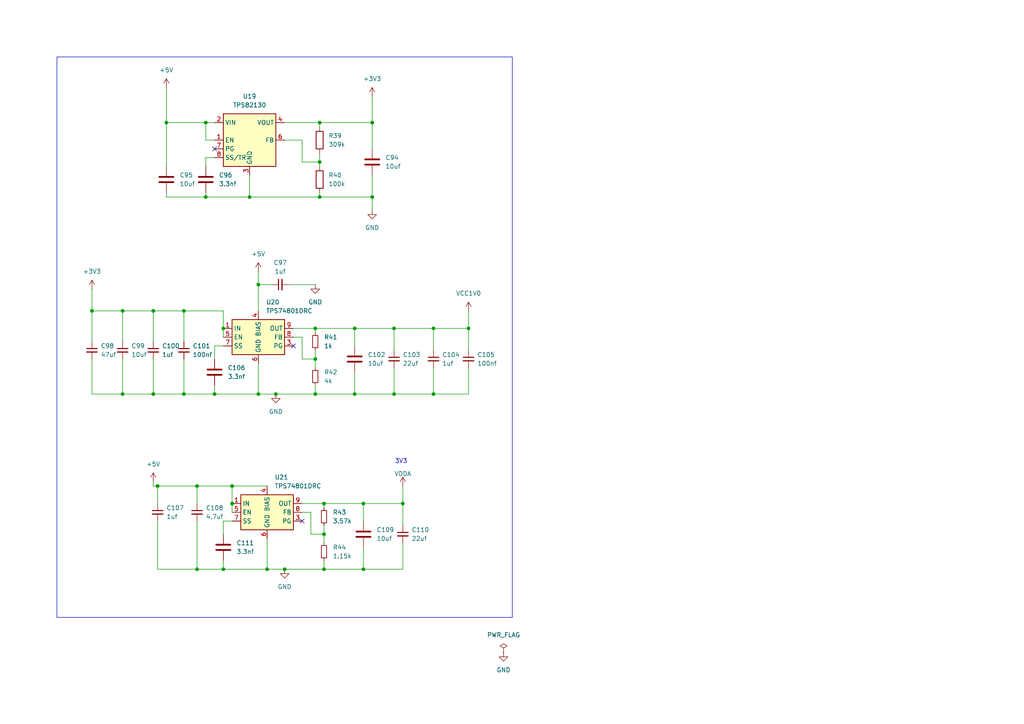
<source format=kicad_sch>
(kicad_sch (version 20231120) (generator "eeschema") (generator_version "8.0")
  (paper "A4")
  (lib_symbols
    (symbol "Device:C" (pin_numbers hide) (pin_names (offset 0.254))
      (property "Reference" "C" (at 0.635 2.54 0))
      (property "Value" "C" (at 0.635 -2.54 0))
      (symbol "C_0_1"
        (polyline (pts (xy -2.032 -0.762) (xy 2.032 -0.762)) (stroke (width 0.508)))
        (polyline (pts (xy -2.032 0.762) (xy 2.032 0.762)) (stroke (width 0.508)))
      )
      (symbol "C_1_1"
        (pin passive line (at 0 3.81 270) (length 2.794) (name "~") (number "1"))
        (pin passive line (at 0 -3.81 90) (length 2.794) (name "~") (number "2"))
      )
    )
    (symbol "Device:C_Small" (pin_numbers hide) (pin_names (offset 0.254) hide)
      (property "Reference" "C" (at 0.254 1.778 0))
      (property "Value" "C_Small" (at 0.254 -2.032 0))
      (symbol "C_Small_0_1"
        (polyline (pts (xy -1.524 -0.508) (xy 1.524 -0.508)) (stroke (width 0.3302)))
        (polyline (pts (xy -1.524 0.508) (xy 1.524 0.508)) (stroke (width 0.3048)))
      )
      (symbol "C_Small_1_1"
        (pin passive line (at 0 2.54 270) (length 2.032) (name "~") (number "1"))
        (pin passive line (at 0 -2.54 90) (length 2.032) (name "~") (number "2"))
      )
    )
    (symbol "Device:R" (pin_numbers hide) (pin_names (offset 0))
      (property "Reference" "R" (at 2.032 0 90))
      (property "Value" "R" (at 0 0 90))
      (symbol "R_0_1"
        (rectangle (start -1.016 -2.54) (end 1.016 2.54) (stroke (width 0.254)))
      )
      (symbol "R_1_1"
        (pin passive line (at 0 3.81 270) (length 1.27) (name "~") (number "1"))
        (pin passive line (at 0 -3.81 90) (length 1.27) (name "~") (number "2"))
      )
    )
    (symbol "Device:R_Small" (pin_numbers hide) (pin_names (offset 0.254) hide)
      (property "Reference" "R" (at 0.762 0.508 0))
      (property "Value" "R_Small" (at 0.762 -1.016 0))
      (symbol "R_Small_0_1"
        (rectangle (start -0.762 1.778) (end 0.762 -1.778) (stroke (width 0.2032)))
      )
      (symbol "R_Small_1_1"
        (pin passive line (at 0 2.54 270) (length 0.762) (name "~") (number "1"))
        (pin passive line (at 0 -2.54 90) (length 0.762) (name "~") (number "2"))
      )
    )
    (symbol "Regulator_Linear:TPS74801DRC"
      (property "Reference" "U" (at 6.35 8.89 0))
      (property "Value" "TPS74801DRC" (at 7.62 6.35 0))
      (symbol "TPS74801DRC_0_1"
        (rectangle (start -7.62 5.08) (end 7.62 -5.08) (stroke (width 0.254)) (fill (type background)))
      )
      (symbol "TPS74801DRC_1_1"
        (pin power_in line (at -10.16 2.54 0) (length 2.54) (name "IN") (number "1"))
        (pin passive line (at 10.16 2.54 180) (length 2.54) hide (name "OUT") (number "10"))
        (pin passive line (at 0 -7.62 90) (length 2.54) hide (name "GND") (number "11"))
        (pin passive line (at -10.16 2.54 0) (length 2.54) hide (name "IN") (number "2"))
        (pin open_collector line (at 10.16 -2.54 180) (length 2.54) (name "PG") (number "3"))
        (pin power_in line (at 0 7.62 270) (length 2.54) (name "BIAS") (number "4"))
        (pin input line (at -10.16 0 0) (length 2.54) (name "EN") (number "5"))
        (pin power_in line (at 0 -7.62 90) (length 2.54) (name "GND") (number "6"))
        (pin passive line (at -10.16 -2.54 0) (length 2.54) (name "SS") (number "7"))
        (pin input line (at 10.16 0 180) (length 2.54) (name "FB") (number "8"))
        (pin power_out line (at 10.16 2.54 180) (length 2.54) (name "OUT") (number "9"))
      )
    )
    (symbol "Regulator_Switching:TPS82130"
      (property "Reference" "U" (at 1.27 11.43 0))
      (property "Value" "TPS82130" (at 5.08 8.89 0))
      (symbol "TPS82130_0_1"
        (rectangle (start -7.62 7.62) (end 7.62 -7.62) (stroke (width 0.254)) (fill (type background)))
      )
      (symbol "TPS82130_1_1"
        (pin input line (at -10.16 0 0) (length 2.54) (name "EN") (number "1"))
        (pin power_in line (at -10.16 5.08 0) (length 2.54) (name "VIN") (number "2"))
        (pin power_in line (at 0 -10.16 90) (length 2.54) (name "GND") (number "3"))
        (pin power_out line (at 10.16 5.08 180) (length 2.54) (name "VOUT") (number "4"))
        (pin passive line (at 10.16 5.08 180) (length 2.54) hide (name "VOUT") (number "5"))
        (pin input line (at 10.16 0 180) (length 2.54) (name "FB") (number "6"))
        (pin open_collector line (at -10.16 -2.54 0) (length 2.54) (name "PG") (number "7"))
        (pin input line (at -10.16 -5.08 0) (length 2.54) (name "SS/TR") (number "8"))
        (pin passive line (at 0 -10.16 90) (length 2.54) hide (name "GND") (number "9"))
      )
    )
    (symbol "power:+3V3" (power) (pin_numbers hide) (pin_names (offset 0) hide)
      (property "Value" "+3V3" (at 0 3.556 0))
      (symbol "+3V3_0_1"
        (polyline (pts (xy -0.762 1.27) (xy 0 2.54)))
        (polyline (pts (xy 0 0) (xy 0 2.54)))
        (polyline (pts (xy 0 2.54) (xy 0.762 1.27)))
      )
      (symbol "+3V3_1_1"
        (pin power_in line (at 0 0 90) (length 0) (name "~") (number "1"))
      )
    )
    (symbol "power:+5V" (power) (pin_numbers hide) (pin_names (offset 0) hide)
      (property "Value" "+5V" (at 0 3.556 0))
      (symbol "+5V_0_1"
        (polyline (pts (xy -0.762 1.27) (xy 0 2.54)))
        (polyline (pts (xy 0 0) (xy 0 2.54)))
        (polyline (pts (xy 0 2.54) (xy 0.762 1.27)))
      )
      (symbol "+5V_1_1"
        (pin power_in line (at 0 0 90) (length 0) (name "~") (number "1"))
      )
    )
    (symbol "power:GND" (power) (pin_numbers hide) (pin_names (offset 0) hide)
      (property "Value" "GND" (at 0 -3.81 0))
      (symbol "GND_0_1"
        (polyline (pts (xy 0 0) (xy 0 -1.27) (xy 1.27 -1.27) (xy 0 -2.54) (xy -1.27 -1.27) (xy 0 -1.27)))
      )
      (symbol "GND_1_1"
        (pin power_in line (at 0 0 270) (length 0) (name "~") (number "1"))
      )
    )
    (symbol "power:PWR_FLAG" (power) (pin_numbers hide) (pin_names (offset 0) hide)
      (property "Value" "PWR_FLAG" (at 0 3.81 0))
      (symbol "PWR_FLAG_0_0"
        (pin power_out line (at 0 0 90) (length 0) (name "~") (number "1"))
      )
      (symbol "PWR_FLAG_0_1"
        (polyline (pts (xy 0 0) (xy 0 1.27) (xy -1.016 1.905) (xy 0 2.54) (xy 1.016 1.905) (xy 0 1.27)))
      )
    )
    (symbol "power:VCC" (power) (pin_numbers hide) (pin_names (offset 0) hide)
      (property "Value" "VCC" (at 0 3.556 0))
      (symbol "VCC_0_1"
        (polyline (pts (xy -0.762 1.27) (xy 0 2.54)))
        (polyline (pts (xy 0 0) (xy 0 2.54)))
        (polyline (pts (xy 0 2.54) (xy 0.762 1.27)))
      )
      (symbol "VCC_1_1"
        (pin power_in line (at 0 0 90) (length 0) (name "~") (number "1"))
      )
    )
    (symbol "power:VDDA" (power) (pin_numbers hide) (pin_names (offset 0) hide)
      (property "Value" "VDDA" (at 0 3.556 0))
      (symbol "VDDA_0_1"
        (polyline (pts (xy -0.762 1.27) (xy 0 2.54)))
        (polyline (pts (xy 0 0) (xy 0 2.54)))
        (polyline (pts (xy 0 2.54) (xy 0.762 1.27)))
      )
      (symbol "VDDA_1_1"
        (pin power_in line (at 0 0 90) (length 0) (name "~") (number "1"))
      )
    )
  )
  (junction (at 93.98 165.1))
  (junction (at 44.45 114.3))
  (junction (at 92.71 35.56))
  (junction (at 107.95 57.15))
  (junction (at 105.41 165.1))
  (junction (at 125.73 95.25))
  (junction (at 64.77 95.25))
  (junction (at 59.69 57.15))
  (junction (at 92.71 57.15))
  (junction (at 91.44 114.3))
  (junction (at 82.55 165.1))
  (junction (at 93.98 146.05))
  (junction (at 80.01 114.3))
  (junction (at 105.41 146.05))
  (junction (at 35.56 114.3))
  (junction (at 44.45 90.17))
  (junction (at 45.72 140.97))
  (junction (at 53.34 90.17))
  (junction (at 91.44 95.25))
  (junction (at 114.3 95.25))
  (junction (at 116.84 146.05))
  (junction (at 57.15 165.1))
  (junction (at 72.39 57.15))
  (junction (at 77.47 165.1))
  (junction (at 67.31 140.97))
  (junction (at 125.73 114.3))
  (junction (at 93.98 154.94))
  (junction (at 57.15 140.97))
  (junction (at 59.69 35.56))
  (junction (at 74.93 82.55))
  (junction (at 91.44 104.14))
  (junction (at 62.23 114.3))
  (junction (at 107.95 35.56))
  (junction (at 53.34 114.3))
  (junction (at 92.71 46.99))
  (junction (at 48.26 35.56))
  (junction (at 135.89 95.25))
  (junction (at 114.3 114.3))
  (junction (at 67.31 146.05))
  (junction (at 102.87 114.3))
  (junction (at 102.87 95.25))
  (junction (at 74.93 114.3))
  (junction (at 35.56 90.17))
  (junction (at 64.77 165.1))
  (junction (at 26.67 90.17))
  (no_connect (at 85.09 100.33))
  (no_connect (at 87.63 151.13))
  (no_connect (at 62.23 43.18))
  (wire (pts (xy 87.63 97.79) (xy 87.63 104.14)))
  (wire (pts (xy 35.56 90.17) (xy 44.45 90.17)))
  (wire (pts (xy 48.26 35.56) (xy 48.26 48.26)))
  (wire (pts (xy 67.31 151.13) (xy 64.77 151.13)))
  (wire (pts (xy 57.15 165.1) (xy 64.77 165.1)))
  (wire (pts (xy 92.71 57.15) (xy 72.39 57.15)))
  (wire (pts (xy 107.95 35.56) (xy 92.71 35.56)))
  (wire (pts (xy 74.93 114.3) (xy 80.01 114.3)))
  (wire (pts (xy 102.87 114.3) (xy 114.3 114.3)))
  (wire (pts (xy 62.23 100.33) (xy 62.23 104.14)))
  (wire (pts (xy 35.56 90.17) (xy 35.56 99.06)))
  (wire (pts (xy 92.71 35.56) (xy 92.71 36.83)))
  (wire (pts (xy 116.84 152.4) (xy 116.84 146.05)))
  (wire (pts (xy 85.09 95.25) (xy 91.44 95.25)))
  (wire (pts (xy 26.67 90.17) (xy 35.56 90.17)))
  (wire (pts (xy 87.63 104.14) (xy 91.44 104.14)))
  (wire (pts (xy 107.95 50.8) (xy 107.95 57.15)))
  (wire (pts (xy 91.44 95.25) (xy 102.87 95.25)))
  (wire (pts (xy 64.77 162.56) (xy 64.77 165.1)))
  (wire (pts (xy 116.84 140.97) (xy 116.84 146.05)))
  (wire (pts (xy 107.95 35.56) (xy 107.95 43.18)))
  (wire (pts (xy 91.44 104.14) (xy 91.44 106.68)))
  (wire (pts (xy 87.63 148.59) (xy 90.17 148.59)))
  (wire (pts (xy 59.69 35.56) (xy 62.23 35.56)))
  (wire (pts (xy 83.82 82.55) (xy 91.44 82.55)))
  (wire (pts (xy 44.45 90.17) (xy 53.34 90.17)))
  (wire (pts (xy 45.72 140.97) (xy 45.72 146.05)))
  (wire (pts (xy 59.69 45.72) (xy 59.69 48.26)))
  (wire (pts (xy 53.34 104.14) (xy 53.34 114.3)))
  (wire (pts (xy 116.84 157.48) (xy 116.84 165.1)))
  (wire (pts (xy 105.41 165.1) (xy 116.84 165.1)))
  (wire (pts (xy 125.73 95.25) (xy 125.73 101.6)))
  (wire (pts (xy 87.63 146.05) (xy 93.98 146.05)))
  (wire (pts (xy 135.89 95.25) (xy 135.89 101.6)))
  (wire (pts (xy 125.73 95.25) (xy 135.89 95.25)))
  (wire (pts (xy 102.87 107.95) (xy 102.87 114.3)))
  (wire (pts (xy 105.41 158.75) (xy 105.41 165.1)))
  (wire (pts (xy 135.89 90.17) (xy 135.89 95.25)))
  (wire (pts (xy 135.89 114.3) (xy 125.73 114.3)))
  (wire (pts (xy 105.41 165.1) (xy 93.98 165.1)))
  (wire (pts (xy 26.67 90.17) (xy 26.67 99.06)))
  (wire (pts (xy 77.47 165.1) (xy 82.55 165.1)))
  (wire (pts (xy 35.56 104.14) (xy 35.56 114.3)))
  (wire (pts (xy 90.17 148.59) (xy 90.17 154.94)))
  (wire (pts (xy 59.69 55.88) (xy 59.69 57.15)))
  (wire (pts (xy 91.44 101.6) (xy 91.44 104.14)))
  (wire (pts (xy 87.63 40.64) (xy 87.63 46.99)))
  (wire (pts (xy 62.23 114.3) (xy 74.93 114.3)))
  (wire (pts (xy 74.93 105.41) (xy 74.93 114.3)))
  (wire (pts (xy 48.26 35.56) (xy 59.69 35.56)))
  (wire (pts (xy 62.23 40.64) (xy 59.69 40.64)))
  (wire (pts (xy 59.69 57.15) (xy 72.39 57.15)))
  (wire (pts (xy 135.89 106.68) (xy 135.89 114.3)))
  (wire (pts (xy 93.98 146.05) (xy 105.41 146.05)))
  (wire (pts (xy 26.67 90.17) (xy 26.67 83.82)))
  (wire (pts (xy 64.77 90.17) (xy 64.77 95.25)))
  (wire (pts (xy 125.73 95.25) (xy 114.3 95.25)))
  (wire (pts (xy 107.95 27.94) (xy 107.95 35.56)))
  (wire (pts (xy 87.63 46.99) (xy 92.71 46.99)))
  (wire (pts (xy 74.93 78.74) (xy 74.93 82.55)))
  (wire (pts (xy 57.15 140.97) (xy 45.72 140.97)))
  (wire (pts (xy 64.77 151.13) (xy 64.77 154.94)))
  (wire (pts (xy 67.31 140.97) (xy 57.15 140.97)))
  (wire (pts (xy 48.26 55.88) (xy 48.26 57.15)))
  (wire (pts (xy 53.34 90.17) (xy 64.77 90.17)))
  (wire (pts (xy 114.3 106.68) (xy 114.3 114.3)))
  (wire (pts (xy 93.98 154.94) (xy 93.98 157.48)))
  (wire (pts (xy 62.23 45.72) (xy 59.69 45.72)))
  (wire (pts (xy 92.71 44.45) (xy 92.71 46.99)))
  (wire (pts (xy 53.34 99.06) (xy 53.34 90.17)))
  (wire (pts (xy 64.77 95.25) (xy 64.77 97.79)))
  (wire (pts (xy 93.98 165.1) (xy 82.55 165.1)))
  (wire (pts (xy 59.69 40.64) (xy 59.69 35.56)))
  (wire (pts (xy 114.3 101.6) (xy 114.3 95.25)))
  (wire (pts (xy 125.73 114.3) (xy 114.3 114.3)))
  (wire (pts (xy 125.73 106.68) (xy 125.73 114.3)))
  (wire (pts (xy 93.98 146.05) (xy 93.98 147.32)))
  (wire (pts (xy 114.3 95.25) (xy 102.87 95.25)))
  (wire (pts (xy 74.93 82.55) (xy 74.93 90.17)))
  (wire (pts (xy 91.44 95.25) (xy 91.44 96.52)))
  (wire (pts (xy 67.31 146.05) (xy 67.31 148.59)))
  (wire (pts (xy 45.72 151.13) (xy 45.72 165.1)))
  (wire (pts (xy 92.71 46.99) (xy 92.71 48.26)))
  (wire (pts (xy 91.44 111.76) (xy 91.44 114.3)))
  (wire (pts (xy 102.87 95.25) (xy 102.87 100.33)))
  (wire (pts (xy 93.98 162.56) (xy 93.98 165.1)))
  (wire (pts (xy 85.09 97.79) (xy 87.63 97.79)))
  (wire (pts (xy 64.77 100.33) (xy 62.23 100.33)))
  (wire (pts (xy 67.31 140.97) (xy 67.31 146.05)))
  (wire (pts (xy 92.71 55.88) (xy 92.71 57.15)))
  (wire (pts (xy 44.45 104.14) (xy 44.45 114.3)))
  (wire (pts (xy 44.45 140.97) (xy 44.45 139.7)))
  (wire (pts (xy 26.67 104.14) (xy 26.67 114.3)))
  (wire (pts (xy 48.26 25.4) (xy 48.26 35.56)))
  (wire (pts (xy 35.56 114.3) (xy 44.45 114.3)))
  (wire (pts (xy 48.26 57.15) (xy 59.69 57.15)))
  (wire (pts (xy 57.15 151.13) (xy 57.15 165.1)))
  (wire (pts (xy 82.55 40.64) (xy 87.63 40.64)))
  (wire (pts (xy 93.98 152.4) (xy 93.98 154.94)))
  (wire (pts (xy 62.23 111.76) (xy 62.23 114.3)))
  (wire (pts (xy 91.44 114.3) (xy 80.01 114.3)))
  (wire (pts (xy 26.67 114.3) (xy 35.56 114.3)))
  (wire (pts (xy 107.95 57.15) (xy 107.95 60.96)))
  (wire (pts (xy 45.72 165.1) (xy 57.15 165.1)))
  (wire (pts (xy 44.45 114.3) (xy 53.34 114.3)))
  (wire (pts (xy 92.71 35.56) (xy 82.55 35.56)))
  (wire (pts (xy 74.93 82.55) (xy 78.74 82.55)))
  (wire (pts (xy 45.72 140.97) (xy 44.45 140.97)))
  (wire (pts (xy 105.41 146.05) (xy 105.41 151.13)))
  (wire (pts (xy 92.71 57.15) (xy 107.95 57.15)))
  (wire (pts (xy 64.77 165.1) (xy 77.47 165.1)))
  (wire (pts (xy 72.39 50.8) (xy 72.39 57.15)))
  (wire (pts (xy 53.34 114.3) (xy 62.23 114.3)))
  (wire (pts (xy 90.17 154.94) (xy 93.98 154.94)))
  (wire (pts (xy 77.47 156.21) (xy 77.47 165.1)))
  (wire (pts (xy 57.15 140.97) (xy 57.15 146.05)))
  (wire (pts (xy 102.87 114.3) (xy 91.44 114.3)))
  (wire (pts (xy 116.84 146.05) (xy 105.41 146.05)))
  (wire (pts (xy 77.47 140.97) (xy 67.31 140.97)))
  (wire (pts (xy 44.45 90.17) (xy 44.45 99.06)))
  (rectangle (start 16.51 16.51) (end 148.59 179.07))
  (text "3V3" (at 116.332 133.858 0) (effects (font (size 1.27 1.27))))
  (symbol (lib_id "Device:C_Small") (at 57.15 148.59 0) (unit 1)
    (property "Reference" "C108" (at 59.69 147.3262 0) (effects (justify left)))
    (property "Value" "4.7uf" (at 59.69 149.8662 0) (effects (justify left)))
    (property "Footprint" "Capacitor_SMD:C_0603_1608Metric" (effects (hide yes)))
    (property "Description" "Unpolarized capacitor, small symbol" (effects (hide yes)))
  )
  (symbol (lib_id "Device:C_Small") (at 81.28 82.55 90) (unit 1)
    (property "Reference" "C97" (at 81.2863 76.2 90))
    (property "Value" "1uf" (at 81.2863 78.74 90))
    (property "Footprint" "Capacitor_SMD:C_0603_1608Metric" (effects (hide yes)))
    (property "Description" "Unpolarized capacitor, small symbol" (effects (hide yes)))
  )
  (symbol (lib_id "Device:R_Small") (at 91.44 109.22 0) (unit 1)
    (property "Reference" "R42" (at 93.98 107.9499 0) (effects (justify left)))
    (property "Value" "4k" (at 93.98 110.4899 0) (effects (justify left)))
    (property "Footprint" "Resistor_SMD:R_0603_1608Metric" (effects (hide yes)))
    (property "Description" "Resistor, small symbol" (effects (hide yes)))
  )
  (symbol (lib_id "power:GND") (at 107.95 60.96 0) (unit 1)
    (property "Reference" "#PWR0241" (effects (hide yes)))
    (property "Value" "GND" (at 107.95 66.04 0))
    (property "Description" "Power symbol creates a global label with name \"GND\" , ground" (effects (hide yes)))
  )
  (symbol (lib_id "Regulator_Linear:TPS74801DRC") (at 77.47 148.59 0) (unit 1)
    (property "Reference" "U21" (at 79.6641 138.43 0) (effects (justify left)))
    (property "Value" "TPS74801DRC" (at 79.6641 140.97 0) (effects (justify left)))
    (property "Footprint" "Package_SON:VSON-10-1EP_3x3mm_P0.5mm_EP1.65x2.4mm_ThermalVias" (effects (hide yes)))
    (property "Datasheet" "https://www.ti.com/lit/ds/symlink/tps74801.pdf" (effects (hide yes)))
    (property "Description" "Texas Instruments 1.5A, Low-Dropout Linear Regulator With Programmable Soft-Start, 0.8-5.5Vin, 2.7-6.0Vbias, 0.8-3.6Vout" (effects (hide yes)))
  )
  (symbol (lib_id "power:GND") (at 80.01 114.3 0) (unit 1)
    (property "Reference" "#PWR0246" (effects (hide yes)))
    (property "Value" "GND" (at 80.01 119.38 0))
    (property "Description" "Power symbol creates a global label with name \"GND\" , ground" (effects (hide yes)))
  )
  (symbol (lib_id "Device:R_Small") (at 91.44 99.06 0) (unit 1)
    (property "Reference" "R41" (at 93.98 97.7899 0) (effects (justify left)))
    (property "Value" "1k" (at 93.98 100.3299 0) (effects (justify left)))
    (property "Footprint" "Resistor_SMD:R_0603_1608Metric" (effects (hide yes)))
    (property "Description" "Resistor, small symbol" (effects (hide yes)))
  )
  (symbol (lib_id "Device:C_Small") (at 26.67 101.6 0) (unit 1)
    (property "Reference" "C98" (at 29.21 100.3362 0) (effects (justify left)))
    (property "Value" "47uf" (at 29.21 102.8762 0) (effects (justify left)))
    (property "Footprint" "Capacitor_SMD:C_0805_2012Metric" (effects (hide yes)))
    (property "Description" "Unpolarized capacitor, small symbol" (effects (hide yes)))
  )
  (symbol (lib_id "Device:R") (at 92.71 52.07 0) (unit 1)
    (property "Reference" "R40" (at 95.25 50.7999 0) (effects (justify left)))
    (property "Value" "100k" (at 95.25 53.3399 0) (effects (justify left)))
    (property "Footprint" "Resistor_SMD:R_0603_1608Metric" (effects (hide yes)))
    (property "Description" "Resistor" (effects (hide yes)))
  )
  (symbol (lib_id "Device:C_Small") (at 114.3 104.14 0) (unit 1)
    (property "Reference" "C103" (at 116.84 102.8762 0) (effects (justify left)))
    (property "Value" "22uf" (at 116.84 105.4162 0) (effects (justify left)))
    (property "Footprint" "Capacitor_SMD:C_0805_2012Metric" (effects (hide yes)))
    (property "Description" "Unpolarized capacitor, small symbol" (effects (hide yes)))
  )
  (symbol (lib_id "power:GND") (at 91.44 82.55 0) (unit 1)
    (property "Reference" "#PWR0243" (effects (hide yes)))
    (property "Value" "GND" (at 91.44 87.63 0))
    (property "Description" "Power symbol creates a global label with name \"GND\" , ground" (effects (hide yes)))
  )
  (symbol (lib_id "Device:R_Small") (at 93.98 149.86 0) (unit 1)
    (property "Reference" "R43" (at 96.52 148.5899 0) (effects (justify left)))
    (property "Value" "3.57k" (at 96.52 151.1299 0) (effects (justify left)))
    (property "Footprint" "Resistor_SMD:R_0603_1608Metric" (effects (hide yes)))
    (property "Description" "Resistor, small symbol" (effects (hide yes)))
  )
  (symbol (lib_id "power:+5V") (at 48.26 25.4 0) (unit 1)
    (property "Reference" "#PWR0239" (effects (hide yes)))
    (property "Value" "+5V" (at 48.26 20.32 0))
    (property "Description" "Power symbol creates a global label with name \"+5V\"" (effects (hide yes)))
  )
  (symbol (lib_id "power:VDDA") (at 116.84 140.97 0) (unit 1)
    (property "Reference" "#PWR0248" (effects (hide yes)))
    (property "Value" "VDDA" (at 116.84 137.414 0))
    (property "Description" "Power symbol creates a global label with name \"VDDA\"" (effects (hide yes)))
  )
  (symbol (lib_id "Device:C") (at 48.26 52.07 0) (unit 1)
    (property "Reference" "C95" (at 52.07 50.7999 0) (effects (justify left)))
    (property "Value" "10uf" (at 52.07 53.3399 0) (effects (justify left)))
    (property "Footprint" "Capacitor_SMD:C_0805_2012Metric" (effects (hide yes)))
    (property "Description" "Unpolarized capacitor" (effects (hide yes)))
  )
  (symbol (lib_id "Regulator_Linear:TPS74801DRC") (at 74.93 97.79 0) (unit 1)
    (property "Reference" "U20" (at 77.1241 87.63 0) (effects (justify left)))
    (property "Value" "TPS74801DRC" (at 77.1241 90.17 0) (effects (justify left)))
    (property "Footprint" "Package_SON:VSON-10-1EP_3x3mm_P0.5mm_EP1.65x2.4mm_ThermalVias" (effects (hide yes)))
    (property "Datasheet" "https://www.ti.com/lit/ds/symlink/tps74801.pdf" (effects (hide yes)))
    (property "Description" "Texas Instruments 1.5A, Low-Dropout Linear Regulator With Programmable Soft-Start, 0.8-5.5Vin, 2.7-6.0Vbias, 0.8-3.6Vout" (effects (hide yes)))
  )
  (symbol (lib_id "Device:R_Small") (at 93.98 160.02 0) (unit 1)
    (property "Reference" "R44" (at 96.52 158.7499 0) (effects (justify left)))
    (property "Value" "1.15k" (at 96.52 161.2899 0) (effects (justify left)))
    (property "Footprint" "Resistor_SMD:R_0603_1608Metric" (effects (hide yes)))
    (property "Description" "Resistor, small symbol" (effects (hide yes)))
  )
  (symbol (lib_id "Device:C_Small") (at 53.34 101.6 0) (unit 1)
    (property "Reference" "C101" (at 55.88 100.3362 0) (effects (justify left)))
    (property "Value" "100nf" (at 55.88 102.8762 0) (effects (justify left)))
    (property "Footprint" "Capacitor_SMD:C_0603_1608Metric" (effects (hide yes)))
    (property "Description" "Unpolarized capacitor, small symbol" (effects (hide yes)))
  )
  (symbol (lib_id "Device:C_Small") (at 35.56 101.6 0) (unit 1)
    (property "Reference" "C99" (at 38.1 100.3362 0) (effects (justify left)))
    (property "Value" "10uf" (at 38.1 102.8762 0) (effects (justify left)))
    (property "Footprint" "Capacitor_SMD:C_0805_2012Metric" (effects (hide yes)))
    (property "Description" "Unpolarized capacitor, small symbol" (effects (hide yes)))
  )
  (symbol (lib_id "power:VCC") (at 135.89 90.17 0) (unit 1)
    (property "Reference" "#PWR0245" (effects (hide yes)))
    (property "Value" "VCC1V0" (at 135.89 85.09 0))
    (property "Description" "Power symbol creates a global label with name \"VCC\"" (effects (hide yes)))
  )
  (symbol (lib_id "power:+5V") (at 44.45 139.7 0) (unit 1)
    (property "Reference" "#PWR0247" (effects (hide yes)))
    (property "Value" "+5V" (at 44.45 134.62 0))
    (property "Description" "Power symbol creates a global label with name \"+5V\"" (effects (hide yes)))
  )
  (symbol (lib_id "power:+5V") (at 74.93 78.74 0) (unit 1)
    (property "Reference" "#PWR0242" (effects (hide yes)))
    (property "Value" "+5V" (at 74.93 73.66 0))
    (property "Description" "Power symbol creates a global label with name \"+5V\"" (effects (hide yes)))
  )
  (symbol (lib_id "power:GND") (at 146.05 189.23 0) (unit 1)
    (property "Reference" "#PWR0250" (effects (hide yes)))
    (property "Value" "GND" (at 146.05 194.31 0))
    (property "Description" "Power symbol creates a global label with name \"GND\" , ground" (effects (hide yes)))
  )
  (symbol (lib_id "Device:C_Small") (at 45.72 148.59 0) (unit 1)
    (property "Reference" "C107" (at 48.26 147.3262 0) (effects (justify left)))
    (property "Value" "1uf" (at 48.26 149.8662 0) (effects (justify left)))
    (property "Footprint" "Capacitor_SMD:C_0603_1608Metric" (effects (hide yes)))
    (property "Description" "Unpolarized capacitor, small symbol" (effects (hide yes)))
  )
  (symbol (lib_id "Device:C") (at 62.23 107.95 0) (unit 1)
    (property "Reference" "C106" (at 66.04 106.6799 0) (effects (justify left)))
    (property "Value" "3.3nf" (at 66.04 109.2199 0) (effects (justify left)))
    (property "Footprint" "Capacitor_SMD:C_0603_1608Metric" (effects (hide yes)))
    (property "Description" "Unpolarized capacitor" (effects (hide yes)))
  )
  (symbol (lib_id "Device:C_Small") (at 44.45 101.6 0) (unit 1)
    (property "Reference" "C100" (at 46.99 100.3362 0) (effects (justify left)))
    (property "Value" "1uf" (at 46.99 102.8762 0) (effects (justify left)))
    (property "Footprint" "Capacitor_SMD:C_0603_1608Metric" (effects (hide yes)))
    (property "Description" "Unpolarized capacitor, small symbol" (effects (hide yes)))
  )
  (symbol (lib_id "power:PWR_FLAG") (at 146.05 189.23 0) (unit 1)
    (property "Reference" "#FLG02" (effects (hide yes)))
    (property "Value" "PWR_FLAG" (at 146.05 184.15 0))
    (property "Description" "Special symbol for telling ERC where power comes from" (effects (hide yes)))
  )
  (symbol (lib_id "power:GND") (at 82.55 165.1 0) (unit 1)
    (property "Reference" "#PWR0249" (effects (hide yes)))
    (property "Value" "GND" (at 82.55 170.18 0))
    (property "Description" "Power symbol creates a global label with name \"GND\" , ground" (effects (hide yes)))
  )
  (symbol (lib_id "Device:C_Small") (at 116.84 154.94 0) (unit 1)
    (property "Reference" "C110" (at 119.38 153.6762 0) (effects (justify left)))
    (property "Value" "22uf" (at 119.38 156.2162 0) (effects (justify left)))
    (property "Footprint" "Capacitor_SMD:C_0805_2012Metric" (effects (hide yes)))
    (property "Description" "Unpolarized capacitor, small symbol" (effects (hide yes)))
  )
  (symbol (lib_id "power:+3V3") (at 107.95 27.94 0) (unit 1)
    (property "Reference" "#PWR0240" (effects (hide yes)))
    (property "Value" "+3V3" (at 107.95 22.86 0))
    (property "Description" "Power symbol creates a global label with name \"+3V3\"" (effects (hide yes)))
  )
  (symbol (lib_id "Device:C") (at 64.77 158.75 0) (unit 1)
    (property "Reference" "C111" (at 68.58 157.4799 0) (effects (justify left)))
    (property "Value" "3.3nf" (at 68.58 160.0199 0) (effects (justify left)))
    (property "Footprint" "Capacitor_SMD:C_0603_1608Metric" (effects (hide yes)))
    (property "Description" "Unpolarized capacitor" (effects (hide yes)))
  )
  (symbol (lib_id "Device:R") (at 92.71 40.64 0) (unit 1)
    (property "Reference" "R39" (at 95.25 39.3699 0) (effects (justify left)))
    (property "Value" "309k" (at 95.25 41.9099 0) (effects (justify left)))
    (property "Footprint" "Resistor_SMD:R_0603_1608Metric" (effects (hide yes)))
    (property "Description" "Resistor" (effects (hide yes)))
  )
  (symbol (lib_id "power:+3V3") (at 26.67 83.82 0) (unit 1)
    (property "Reference" "#PWR0244" (effects (hide yes)))
    (property "Value" "+3V3" (at 26.67 78.74 0))
    (property "Description" "Power symbol creates a global label with name \"+3V3\"" (effects (hide yes)))
  )
  (symbol (lib_id "Device:C") (at 105.41 154.94 0) (unit 1)
    (property "Reference" "C109" (at 109.22 153.6699 0) (effects (justify left)))
    (property "Value" "10uf" (at 109.22 156.2099 0) (effects (justify left)))
    (property "Footprint" "Capacitor_SMD:C_0805_2012Metric" (effects (hide yes)))
    (property "Description" "Unpolarized capacitor" (effects (hide yes)))
  )
  (symbol (lib_id "Device:C_Small") (at 135.89 104.14 0) (unit 1)
    (property "Reference" "C105" (at 138.43 102.8762 0) (effects (justify left)))
    (property "Value" "100nf" (at 138.43 105.4162 0) (effects (justify left)))
    (property "Footprint" "Capacitor_SMD:C_0603_1608Metric" (effects (hide yes)))
    (property "Description" "Unpolarized capacitor, small symbol" (effects (hide yes)))
  )
  (symbol (lib_id "Device:C") (at 107.95 46.99 0) (unit 1)
    (property "Reference" "C94" (at 111.76 45.7199 0) (effects (justify left)))
    (property "Value" "10uf" (at 111.76 48.2599 0) (effects (justify left)))
    (property "Footprint" "Capacitor_SMD:C_0805_2012Metric" (effects (hide yes)))
    (property "Description" "Unpolarized capacitor" (effects (hide yes)))
  )
  (symbol (lib_id "Regulator_Switching:TPS82130") (at 72.39 40.64 0) (unit 1)
    (property "Reference" "U19" (at 72.39 27.94 0))
    (property "Value" "TPS82130" (at 72.39 30.48 0))
    (property "Footprint" "Package_LGA:Texas_SIL0008D_MicroSiP-8-1EP_2.8x3mm_P0.65mm_EP1.1x1.9mm_ThermalVias" (effects (hide yes)))
    (property "Datasheet" "http://www.ti.com/lit/ds/symlink/tps82130.pdf" (effects (hide yes)))
    (property "Description" "17V Input 3A Step-Down Converter MicroSiP Module with Integrated Inductor, μSiL-8" (effects (hide yes)))
  )
  (symbol (lib_id "Device:C") (at 102.87 104.14 0) (unit 1)
    (property "Reference" "C102" (at 106.68 102.8699 0) (effects (justify left)))
    (property "Value" "10uf" (at 106.68 105.4099 0) (effects (justify left)))
    (property "Footprint" "Capacitor_SMD:C_0805_2012Metric" (effects (hide yes)))
    (property "Description" "Unpolarized capacitor" (effects (hide yes)))
  )
  (symbol (lib_id "Device:C") (at 59.69 52.07 0) (unit 1)
    (property "Reference" "C96" (at 63.5 50.7999 0) (effects (justify left)))
    (property "Value" "3.3nf" (at 63.5 53.3399 0) (effects (justify left)))
    (property "Footprint" "Capacitor_SMD:C_0603_1608Metric" (effects (hide yes)))
    (property "Description" "Unpolarized capacitor" (effects (hide yes)))
  )
  (symbol (lib_id "Device:C_Small") (at 125.73 104.14 0) (unit 1)
    (property "Reference" "C104" (at 128.27 102.8762 0) (effects (justify left)))
    (property "Value" "1uf" (at 128.27 105.4162 0) (effects (justify left)))
    (property "Footprint" "Capacitor_SMD:C_0603_1608Metric" (effects (hide yes)))
    (property "Description" "Unpolarized capacitor, small symbol" (effects (hide yes)))
  )
)
</source>
